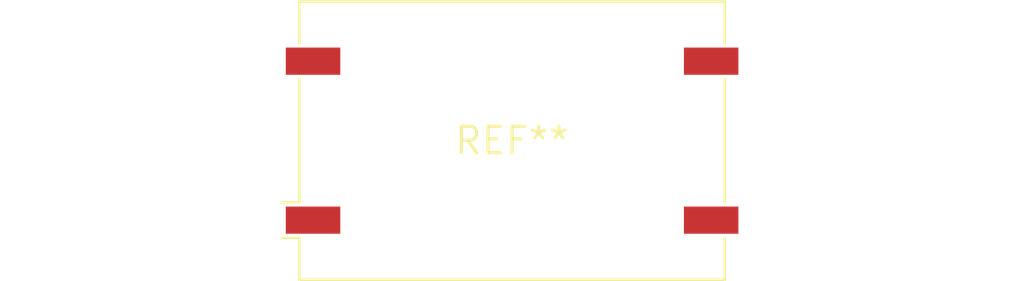
<source format=kicad_pcb>
(kicad_pcb (version 20240108) (generator pcbnew)
  (layers (0 "F.Cu" signal) (31 "B.Cu" signal) (34 "B.Paste" user) (35 "F.Paste" user) (36 "B.SilkS" user "B.Silkscreen") (37 "F.SilkS" user "F.Silkscreen") (38 "B.Mask" user) (39 "F.Mask" user) (44 "Edge.Cuts" user))
  (net 0 "")
  (footprint "Oscillator_SMD_Fordahl_DFAS7-4Pin_19.9x12.9mm" (layer "F.Cu") (at 0 0)
    (property "Reference" "REF**")
    (property "Value" "Oscillator_SMD_Fordahl_DFAS7-4Pin_19.9x12.9mm")
    (fp_line (start -11 2.95) (end -10.15 2.95) (layer "F.SilkS") (stroke (width 0.12)))
    (fp_line (start -11 4.65) (end -10.15 4.65) (layer "F.SilkS") (stroke (width 0.12)))
    (fp_line (start -10.15 -6.65) (end 10.15 -6.65) (layer "F.SilkS") (stroke (width 0.12)))
    (fp_line (start -10.15 -4.65) (end -10.15 -6.65) (layer "F.SilkS") (stroke (width 0.12)))
    (fp_line (start -10.15 2.95) (end -10.15 -2.95) (layer "F.SilkS") (stroke (width 0.12)))
    (fp_line (start -10.15 4.65) (end -10.15 6.65) (layer "F.SilkS") (stroke (width 0.12)))
    (fp_line (start -10.15 6.65) (end 10.15 6.65) (layer "F.SilkS") (stroke (width 0.12)))
    (fp_line (start 10.15 -6.65) (end 10.15 -4.65) (layer "F.SilkS") (stroke (width 0.12)))
    (fp_line (start 10.15 -2.95) (end 10.15 2.95) (layer "F.SilkS") (stroke (width 0.12)))
    (fp_line (start 10.15 6.65) (end 10.15 4.65) (layer "F.SilkS") (stroke (width 0.12)))
    (pad "1" smd rect (at -9.5 3.8) (size 2.6 1.3) (layers "F.Cu" "F.Paste" "F.Mask"))
    (pad "2" smd rect (at 9.5 3.8) (size 2.6 1.3) (layers "F.Cu" "F.Paste" "F.Mask"))
    (pad "3" smd rect (at 9.5 -3.8) (size 2.6 1.3) (layers "F.Cu" "F.Paste" "F.Mask"))
    (pad "4" smd rect (at -9.5 -3.8) (size 2.6 1.3) (layers "F.Cu" "F.Paste" "F.Mask"))
  )
)
</source>
